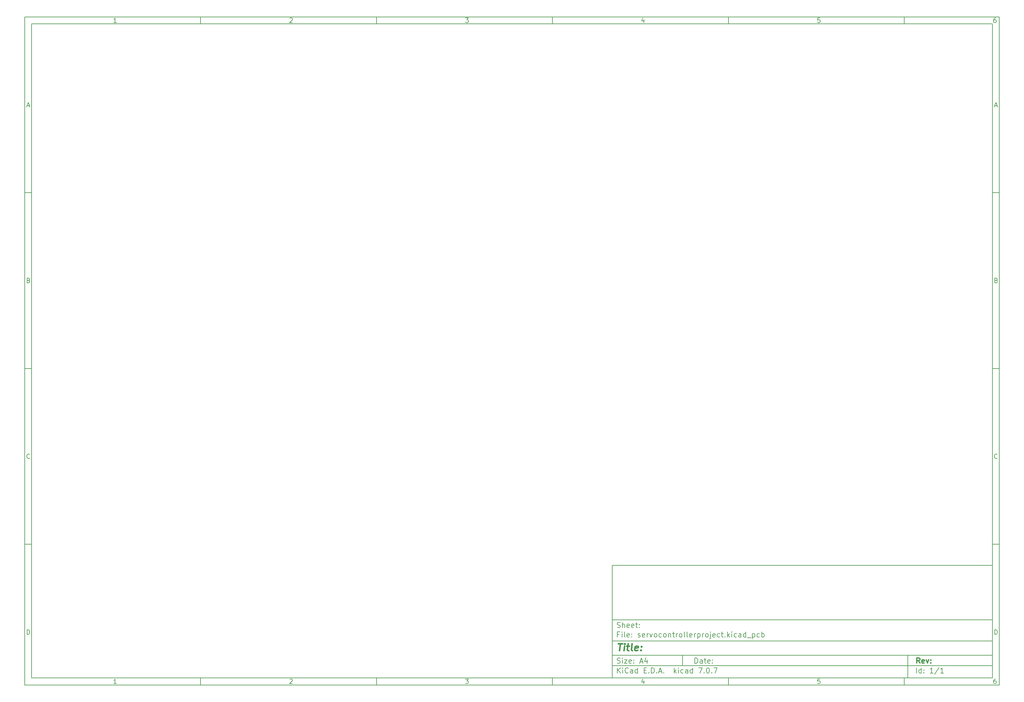
<source format=gbr>
%TF.GenerationSoftware,KiCad,Pcbnew,7.0.7*%
%TF.CreationDate,2023-11-15T20:06:27-08:00*%
%TF.ProjectId,servocontrollerproject,73657276-6f63-46f6-9e74-726f6c6c6572,rev?*%
%TF.SameCoordinates,Original*%
%TF.FileFunction,Paste,Top*%
%TF.FilePolarity,Positive*%
%FSLAX46Y46*%
G04 Gerber Fmt 4.6, Leading zero omitted, Abs format (unit mm)*
G04 Created by KiCad (PCBNEW 7.0.7) date 2023-11-15 20:06:27*
%MOMM*%
%LPD*%
G01*
G04 APERTURE LIST*
%ADD10C,0.100000*%
%ADD11C,0.150000*%
%ADD12C,0.300000*%
%ADD13C,0.400000*%
G04 APERTURE END LIST*
D10*
D11*
X177002200Y-166007200D02*
X285002200Y-166007200D01*
X285002200Y-198007200D01*
X177002200Y-198007200D01*
X177002200Y-166007200D01*
D10*
D11*
X10000000Y-10000000D02*
X287002200Y-10000000D01*
X287002200Y-200007200D01*
X10000000Y-200007200D01*
X10000000Y-10000000D01*
D10*
D11*
X12000000Y-12000000D02*
X285002200Y-12000000D01*
X285002200Y-198007200D01*
X12000000Y-198007200D01*
X12000000Y-12000000D01*
D10*
D11*
X60000000Y-12000000D02*
X60000000Y-10000000D01*
D10*
D11*
X110000000Y-12000000D02*
X110000000Y-10000000D01*
D10*
D11*
X160000000Y-12000000D02*
X160000000Y-10000000D01*
D10*
D11*
X210000000Y-12000000D02*
X210000000Y-10000000D01*
D10*
D11*
X260000000Y-12000000D02*
X260000000Y-10000000D01*
D10*
D11*
X36089160Y-11593604D02*
X35346303Y-11593604D01*
X35717731Y-11593604D02*
X35717731Y-10293604D01*
X35717731Y-10293604D02*
X35593922Y-10479319D01*
X35593922Y-10479319D02*
X35470112Y-10603128D01*
X35470112Y-10603128D02*
X35346303Y-10665033D01*
D10*
D11*
X85346303Y-10417414D02*
X85408207Y-10355509D01*
X85408207Y-10355509D02*
X85532017Y-10293604D01*
X85532017Y-10293604D02*
X85841541Y-10293604D01*
X85841541Y-10293604D02*
X85965350Y-10355509D01*
X85965350Y-10355509D02*
X86027255Y-10417414D01*
X86027255Y-10417414D02*
X86089160Y-10541223D01*
X86089160Y-10541223D02*
X86089160Y-10665033D01*
X86089160Y-10665033D02*
X86027255Y-10850747D01*
X86027255Y-10850747D02*
X85284398Y-11593604D01*
X85284398Y-11593604D02*
X86089160Y-11593604D01*
D10*
D11*
X135284398Y-10293604D02*
X136089160Y-10293604D01*
X136089160Y-10293604D02*
X135655826Y-10788842D01*
X135655826Y-10788842D02*
X135841541Y-10788842D01*
X135841541Y-10788842D02*
X135965350Y-10850747D01*
X135965350Y-10850747D02*
X136027255Y-10912652D01*
X136027255Y-10912652D02*
X136089160Y-11036461D01*
X136089160Y-11036461D02*
X136089160Y-11345985D01*
X136089160Y-11345985D02*
X136027255Y-11469795D01*
X136027255Y-11469795D02*
X135965350Y-11531700D01*
X135965350Y-11531700D02*
X135841541Y-11593604D01*
X135841541Y-11593604D02*
X135470112Y-11593604D01*
X135470112Y-11593604D02*
X135346303Y-11531700D01*
X135346303Y-11531700D02*
X135284398Y-11469795D01*
D10*
D11*
X185965350Y-10726938D02*
X185965350Y-11593604D01*
X185655826Y-10231700D02*
X185346303Y-11160271D01*
X185346303Y-11160271D02*
X186151064Y-11160271D01*
D10*
D11*
X236027255Y-10293604D02*
X235408207Y-10293604D01*
X235408207Y-10293604D02*
X235346303Y-10912652D01*
X235346303Y-10912652D02*
X235408207Y-10850747D01*
X235408207Y-10850747D02*
X235532017Y-10788842D01*
X235532017Y-10788842D02*
X235841541Y-10788842D01*
X235841541Y-10788842D02*
X235965350Y-10850747D01*
X235965350Y-10850747D02*
X236027255Y-10912652D01*
X236027255Y-10912652D02*
X236089160Y-11036461D01*
X236089160Y-11036461D02*
X236089160Y-11345985D01*
X236089160Y-11345985D02*
X236027255Y-11469795D01*
X236027255Y-11469795D02*
X235965350Y-11531700D01*
X235965350Y-11531700D02*
X235841541Y-11593604D01*
X235841541Y-11593604D02*
X235532017Y-11593604D01*
X235532017Y-11593604D02*
X235408207Y-11531700D01*
X235408207Y-11531700D02*
X235346303Y-11469795D01*
D10*
D11*
X285965350Y-10293604D02*
X285717731Y-10293604D01*
X285717731Y-10293604D02*
X285593922Y-10355509D01*
X285593922Y-10355509D02*
X285532017Y-10417414D01*
X285532017Y-10417414D02*
X285408207Y-10603128D01*
X285408207Y-10603128D02*
X285346303Y-10850747D01*
X285346303Y-10850747D02*
X285346303Y-11345985D01*
X285346303Y-11345985D02*
X285408207Y-11469795D01*
X285408207Y-11469795D02*
X285470112Y-11531700D01*
X285470112Y-11531700D02*
X285593922Y-11593604D01*
X285593922Y-11593604D02*
X285841541Y-11593604D01*
X285841541Y-11593604D02*
X285965350Y-11531700D01*
X285965350Y-11531700D02*
X286027255Y-11469795D01*
X286027255Y-11469795D02*
X286089160Y-11345985D01*
X286089160Y-11345985D02*
X286089160Y-11036461D01*
X286089160Y-11036461D02*
X286027255Y-10912652D01*
X286027255Y-10912652D02*
X285965350Y-10850747D01*
X285965350Y-10850747D02*
X285841541Y-10788842D01*
X285841541Y-10788842D02*
X285593922Y-10788842D01*
X285593922Y-10788842D02*
X285470112Y-10850747D01*
X285470112Y-10850747D02*
X285408207Y-10912652D01*
X285408207Y-10912652D02*
X285346303Y-11036461D01*
D10*
D11*
X60000000Y-198007200D02*
X60000000Y-200007200D01*
D10*
D11*
X110000000Y-198007200D02*
X110000000Y-200007200D01*
D10*
D11*
X160000000Y-198007200D02*
X160000000Y-200007200D01*
D10*
D11*
X210000000Y-198007200D02*
X210000000Y-200007200D01*
D10*
D11*
X260000000Y-198007200D02*
X260000000Y-200007200D01*
D10*
D11*
X36089160Y-199600804D02*
X35346303Y-199600804D01*
X35717731Y-199600804D02*
X35717731Y-198300804D01*
X35717731Y-198300804D02*
X35593922Y-198486519D01*
X35593922Y-198486519D02*
X35470112Y-198610328D01*
X35470112Y-198610328D02*
X35346303Y-198672233D01*
D10*
D11*
X85346303Y-198424614D02*
X85408207Y-198362709D01*
X85408207Y-198362709D02*
X85532017Y-198300804D01*
X85532017Y-198300804D02*
X85841541Y-198300804D01*
X85841541Y-198300804D02*
X85965350Y-198362709D01*
X85965350Y-198362709D02*
X86027255Y-198424614D01*
X86027255Y-198424614D02*
X86089160Y-198548423D01*
X86089160Y-198548423D02*
X86089160Y-198672233D01*
X86089160Y-198672233D02*
X86027255Y-198857947D01*
X86027255Y-198857947D02*
X85284398Y-199600804D01*
X85284398Y-199600804D02*
X86089160Y-199600804D01*
D10*
D11*
X135284398Y-198300804D02*
X136089160Y-198300804D01*
X136089160Y-198300804D02*
X135655826Y-198796042D01*
X135655826Y-198796042D02*
X135841541Y-198796042D01*
X135841541Y-198796042D02*
X135965350Y-198857947D01*
X135965350Y-198857947D02*
X136027255Y-198919852D01*
X136027255Y-198919852D02*
X136089160Y-199043661D01*
X136089160Y-199043661D02*
X136089160Y-199353185D01*
X136089160Y-199353185D02*
X136027255Y-199476995D01*
X136027255Y-199476995D02*
X135965350Y-199538900D01*
X135965350Y-199538900D02*
X135841541Y-199600804D01*
X135841541Y-199600804D02*
X135470112Y-199600804D01*
X135470112Y-199600804D02*
X135346303Y-199538900D01*
X135346303Y-199538900D02*
X135284398Y-199476995D01*
D10*
D11*
X185965350Y-198734138D02*
X185965350Y-199600804D01*
X185655826Y-198238900D02*
X185346303Y-199167471D01*
X185346303Y-199167471D02*
X186151064Y-199167471D01*
D10*
D11*
X236027255Y-198300804D02*
X235408207Y-198300804D01*
X235408207Y-198300804D02*
X235346303Y-198919852D01*
X235346303Y-198919852D02*
X235408207Y-198857947D01*
X235408207Y-198857947D02*
X235532017Y-198796042D01*
X235532017Y-198796042D02*
X235841541Y-198796042D01*
X235841541Y-198796042D02*
X235965350Y-198857947D01*
X235965350Y-198857947D02*
X236027255Y-198919852D01*
X236027255Y-198919852D02*
X236089160Y-199043661D01*
X236089160Y-199043661D02*
X236089160Y-199353185D01*
X236089160Y-199353185D02*
X236027255Y-199476995D01*
X236027255Y-199476995D02*
X235965350Y-199538900D01*
X235965350Y-199538900D02*
X235841541Y-199600804D01*
X235841541Y-199600804D02*
X235532017Y-199600804D01*
X235532017Y-199600804D02*
X235408207Y-199538900D01*
X235408207Y-199538900D02*
X235346303Y-199476995D01*
D10*
D11*
X285965350Y-198300804D02*
X285717731Y-198300804D01*
X285717731Y-198300804D02*
X285593922Y-198362709D01*
X285593922Y-198362709D02*
X285532017Y-198424614D01*
X285532017Y-198424614D02*
X285408207Y-198610328D01*
X285408207Y-198610328D02*
X285346303Y-198857947D01*
X285346303Y-198857947D02*
X285346303Y-199353185D01*
X285346303Y-199353185D02*
X285408207Y-199476995D01*
X285408207Y-199476995D02*
X285470112Y-199538900D01*
X285470112Y-199538900D02*
X285593922Y-199600804D01*
X285593922Y-199600804D02*
X285841541Y-199600804D01*
X285841541Y-199600804D02*
X285965350Y-199538900D01*
X285965350Y-199538900D02*
X286027255Y-199476995D01*
X286027255Y-199476995D02*
X286089160Y-199353185D01*
X286089160Y-199353185D02*
X286089160Y-199043661D01*
X286089160Y-199043661D02*
X286027255Y-198919852D01*
X286027255Y-198919852D02*
X285965350Y-198857947D01*
X285965350Y-198857947D02*
X285841541Y-198796042D01*
X285841541Y-198796042D02*
X285593922Y-198796042D01*
X285593922Y-198796042D02*
X285470112Y-198857947D01*
X285470112Y-198857947D02*
X285408207Y-198919852D01*
X285408207Y-198919852D02*
X285346303Y-199043661D01*
D10*
D11*
X10000000Y-60000000D02*
X12000000Y-60000000D01*
D10*
D11*
X10000000Y-110000000D02*
X12000000Y-110000000D01*
D10*
D11*
X10000000Y-160000000D02*
X12000000Y-160000000D01*
D10*
D11*
X10690476Y-35222176D02*
X11309523Y-35222176D01*
X10566666Y-35593604D02*
X10999999Y-34293604D01*
X10999999Y-34293604D02*
X11433333Y-35593604D01*
D10*
D11*
X11092857Y-84912652D02*
X11278571Y-84974557D01*
X11278571Y-84974557D02*
X11340476Y-85036461D01*
X11340476Y-85036461D02*
X11402380Y-85160271D01*
X11402380Y-85160271D02*
X11402380Y-85345985D01*
X11402380Y-85345985D02*
X11340476Y-85469795D01*
X11340476Y-85469795D02*
X11278571Y-85531700D01*
X11278571Y-85531700D02*
X11154761Y-85593604D01*
X11154761Y-85593604D02*
X10659523Y-85593604D01*
X10659523Y-85593604D02*
X10659523Y-84293604D01*
X10659523Y-84293604D02*
X11092857Y-84293604D01*
X11092857Y-84293604D02*
X11216666Y-84355509D01*
X11216666Y-84355509D02*
X11278571Y-84417414D01*
X11278571Y-84417414D02*
X11340476Y-84541223D01*
X11340476Y-84541223D02*
X11340476Y-84665033D01*
X11340476Y-84665033D02*
X11278571Y-84788842D01*
X11278571Y-84788842D02*
X11216666Y-84850747D01*
X11216666Y-84850747D02*
X11092857Y-84912652D01*
X11092857Y-84912652D02*
X10659523Y-84912652D01*
D10*
D11*
X11402380Y-135469795D02*
X11340476Y-135531700D01*
X11340476Y-135531700D02*
X11154761Y-135593604D01*
X11154761Y-135593604D02*
X11030952Y-135593604D01*
X11030952Y-135593604D02*
X10845238Y-135531700D01*
X10845238Y-135531700D02*
X10721428Y-135407890D01*
X10721428Y-135407890D02*
X10659523Y-135284080D01*
X10659523Y-135284080D02*
X10597619Y-135036461D01*
X10597619Y-135036461D02*
X10597619Y-134850747D01*
X10597619Y-134850747D02*
X10659523Y-134603128D01*
X10659523Y-134603128D02*
X10721428Y-134479319D01*
X10721428Y-134479319D02*
X10845238Y-134355509D01*
X10845238Y-134355509D02*
X11030952Y-134293604D01*
X11030952Y-134293604D02*
X11154761Y-134293604D01*
X11154761Y-134293604D02*
X11340476Y-134355509D01*
X11340476Y-134355509D02*
X11402380Y-134417414D01*
D10*
D11*
X10659523Y-185593604D02*
X10659523Y-184293604D01*
X10659523Y-184293604D02*
X10969047Y-184293604D01*
X10969047Y-184293604D02*
X11154761Y-184355509D01*
X11154761Y-184355509D02*
X11278571Y-184479319D01*
X11278571Y-184479319D02*
X11340476Y-184603128D01*
X11340476Y-184603128D02*
X11402380Y-184850747D01*
X11402380Y-184850747D02*
X11402380Y-185036461D01*
X11402380Y-185036461D02*
X11340476Y-185284080D01*
X11340476Y-185284080D02*
X11278571Y-185407890D01*
X11278571Y-185407890D02*
X11154761Y-185531700D01*
X11154761Y-185531700D02*
X10969047Y-185593604D01*
X10969047Y-185593604D02*
X10659523Y-185593604D01*
D10*
D11*
X287002200Y-60000000D02*
X285002200Y-60000000D01*
D10*
D11*
X287002200Y-110000000D02*
X285002200Y-110000000D01*
D10*
D11*
X287002200Y-160000000D02*
X285002200Y-160000000D01*
D10*
D11*
X285692676Y-35222176D02*
X286311723Y-35222176D01*
X285568866Y-35593604D02*
X286002199Y-34293604D01*
X286002199Y-34293604D02*
X286435533Y-35593604D01*
D10*
D11*
X286095057Y-84912652D02*
X286280771Y-84974557D01*
X286280771Y-84974557D02*
X286342676Y-85036461D01*
X286342676Y-85036461D02*
X286404580Y-85160271D01*
X286404580Y-85160271D02*
X286404580Y-85345985D01*
X286404580Y-85345985D02*
X286342676Y-85469795D01*
X286342676Y-85469795D02*
X286280771Y-85531700D01*
X286280771Y-85531700D02*
X286156961Y-85593604D01*
X286156961Y-85593604D02*
X285661723Y-85593604D01*
X285661723Y-85593604D02*
X285661723Y-84293604D01*
X285661723Y-84293604D02*
X286095057Y-84293604D01*
X286095057Y-84293604D02*
X286218866Y-84355509D01*
X286218866Y-84355509D02*
X286280771Y-84417414D01*
X286280771Y-84417414D02*
X286342676Y-84541223D01*
X286342676Y-84541223D02*
X286342676Y-84665033D01*
X286342676Y-84665033D02*
X286280771Y-84788842D01*
X286280771Y-84788842D02*
X286218866Y-84850747D01*
X286218866Y-84850747D02*
X286095057Y-84912652D01*
X286095057Y-84912652D02*
X285661723Y-84912652D01*
D10*
D11*
X286404580Y-135469795D02*
X286342676Y-135531700D01*
X286342676Y-135531700D02*
X286156961Y-135593604D01*
X286156961Y-135593604D02*
X286033152Y-135593604D01*
X286033152Y-135593604D02*
X285847438Y-135531700D01*
X285847438Y-135531700D02*
X285723628Y-135407890D01*
X285723628Y-135407890D02*
X285661723Y-135284080D01*
X285661723Y-135284080D02*
X285599819Y-135036461D01*
X285599819Y-135036461D02*
X285599819Y-134850747D01*
X285599819Y-134850747D02*
X285661723Y-134603128D01*
X285661723Y-134603128D02*
X285723628Y-134479319D01*
X285723628Y-134479319D02*
X285847438Y-134355509D01*
X285847438Y-134355509D02*
X286033152Y-134293604D01*
X286033152Y-134293604D02*
X286156961Y-134293604D01*
X286156961Y-134293604D02*
X286342676Y-134355509D01*
X286342676Y-134355509D02*
X286404580Y-134417414D01*
D10*
D11*
X285661723Y-185593604D02*
X285661723Y-184293604D01*
X285661723Y-184293604D02*
X285971247Y-184293604D01*
X285971247Y-184293604D02*
X286156961Y-184355509D01*
X286156961Y-184355509D02*
X286280771Y-184479319D01*
X286280771Y-184479319D02*
X286342676Y-184603128D01*
X286342676Y-184603128D02*
X286404580Y-184850747D01*
X286404580Y-184850747D02*
X286404580Y-185036461D01*
X286404580Y-185036461D02*
X286342676Y-185284080D01*
X286342676Y-185284080D02*
X286280771Y-185407890D01*
X286280771Y-185407890D02*
X286156961Y-185531700D01*
X286156961Y-185531700D02*
X285971247Y-185593604D01*
X285971247Y-185593604D02*
X285661723Y-185593604D01*
D10*
D11*
X200458026Y-193793328D02*
X200458026Y-192293328D01*
X200458026Y-192293328D02*
X200815169Y-192293328D01*
X200815169Y-192293328D02*
X201029455Y-192364757D01*
X201029455Y-192364757D02*
X201172312Y-192507614D01*
X201172312Y-192507614D02*
X201243741Y-192650471D01*
X201243741Y-192650471D02*
X201315169Y-192936185D01*
X201315169Y-192936185D02*
X201315169Y-193150471D01*
X201315169Y-193150471D02*
X201243741Y-193436185D01*
X201243741Y-193436185D02*
X201172312Y-193579042D01*
X201172312Y-193579042D02*
X201029455Y-193721900D01*
X201029455Y-193721900D02*
X200815169Y-193793328D01*
X200815169Y-193793328D02*
X200458026Y-193793328D01*
X202600884Y-193793328D02*
X202600884Y-193007614D01*
X202600884Y-193007614D02*
X202529455Y-192864757D01*
X202529455Y-192864757D02*
X202386598Y-192793328D01*
X202386598Y-192793328D02*
X202100884Y-192793328D01*
X202100884Y-192793328D02*
X201958026Y-192864757D01*
X202600884Y-193721900D02*
X202458026Y-193793328D01*
X202458026Y-193793328D02*
X202100884Y-193793328D01*
X202100884Y-193793328D02*
X201958026Y-193721900D01*
X201958026Y-193721900D02*
X201886598Y-193579042D01*
X201886598Y-193579042D02*
X201886598Y-193436185D01*
X201886598Y-193436185D02*
X201958026Y-193293328D01*
X201958026Y-193293328D02*
X202100884Y-193221900D01*
X202100884Y-193221900D02*
X202458026Y-193221900D01*
X202458026Y-193221900D02*
X202600884Y-193150471D01*
X203100884Y-192793328D02*
X203672312Y-192793328D01*
X203315169Y-192293328D02*
X203315169Y-193579042D01*
X203315169Y-193579042D02*
X203386598Y-193721900D01*
X203386598Y-193721900D02*
X203529455Y-193793328D01*
X203529455Y-193793328D02*
X203672312Y-193793328D01*
X204743741Y-193721900D02*
X204600884Y-193793328D01*
X204600884Y-193793328D02*
X204315170Y-193793328D01*
X204315170Y-193793328D02*
X204172312Y-193721900D01*
X204172312Y-193721900D02*
X204100884Y-193579042D01*
X204100884Y-193579042D02*
X204100884Y-193007614D01*
X204100884Y-193007614D02*
X204172312Y-192864757D01*
X204172312Y-192864757D02*
X204315170Y-192793328D01*
X204315170Y-192793328D02*
X204600884Y-192793328D01*
X204600884Y-192793328D02*
X204743741Y-192864757D01*
X204743741Y-192864757D02*
X204815170Y-193007614D01*
X204815170Y-193007614D02*
X204815170Y-193150471D01*
X204815170Y-193150471D02*
X204100884Y-193293328D01*
X205458026Y-193650471D02*
X205529455Y-193721900D01*
X205529455Y-193721900D02*
X205458026Y-193793328D01*
X205458026Y-193793328D02*
X205386598Y-193721900D01*
X205386598Y-193721900D02*
X205458026Y-193650471D01*
X205458026Y-193650471D02*
X205458026Y-193793328D01*
X205458026Y-192864757D02*
X205529455Y-192936185D01*
X205529455Y-192936185D02*
X205458026Y-193007614D01*
X205458026Y-193007614D02*
X205386598Y-192936185D01*
X205386598Y-192936185D02*
X205458026Y-192864757D01*
X205458026Y-192864757D02*
X205458026Y-193007614D01*
D10*
D11*
X177002200Y-194507200D02*
X285002200Y-194507200D01*
D10*
D11*
X178458026Y-196593328D02*
X178458026Y-195093328D01*
X179315169Y-196593328D02*
X178672312Y-195736185D01*
X179315169Y-195093328D02*
X178458026Y-195950471D01*
X179958026Y-196593328D02*
X179958026Y-195593328D01*
X179958026Y-195093328D02*
X179886598Y-195164757D01*
X179886598Y-195164757D02*
X179958026Y-195236185D01*
X179958026Y-195236185D02*
X180029455Y-195164757D01*
X180029455Y-195164757D02*
X179958026Y-195093328D01*
X179958026Y-195093328D02*
X179958026Y-195236185D01*
X181529455Y-196450471D02*
X181458027Y-196521900D01*
X181458027Y-196521900D02*
X181243741Y-196593328D01*
X181243741Y-196593328D02*
X181100884Y-196593328D01*
X181100884Y-196593328D02*
X180886598Y-196521900D01*
X180886598Y-196521900D02*
X180743741Y-196379042D01*
X180743741Y-196379042D02*
X180672312Y-196236185D01*
X180672312Y-196236185D02*
X180600884Y-195950471D01*
X180600884Y-195950471D02*
X180600884Y-195736185D01*
X180600884Y-195736185D02*
X180672312Y-195450471D01*
X180672312Y-195450471D02*
X180743741Y-195307614D01*
X180743741Y-195307614D02*
X180886598Y-195164757D01*
X180886598Y-195164757D02*
X181100884Y-195093328D01*
X181100884Y-195093328D02*
X181243741Y-195093328D01*
X181243741Y-195093328D02*
X181458027Y-195164757D01*
X181458027Y-195164757D02*
X181529455Y-195236185D01*
X182815170Y-196593328D02*
X182815170Y-195807614D01*
X182815170Y-195807614D02*
X182743741Y-195664757D01*
X182743741Y-195664757D02*
X182600884Y-195593328D01*
X182600884Y-195593328D02*
X182315170Y-195593328D01*
X182315170Y-195593328D02*
X182172312Y-195664757D01*
X182815170Y-196521900D02*
X182672312Y-196593328D01*
X182672312Y-196593328D02*
X182315170Y-196593328D01*
X182315170Y-196593328D02*
X182172312Y-196521900D01*
X182172312Y-196521900D02*
X182100884Y-196379042D01*
X182100884Y-196379042D02*
X182100884Y-196236185D01*
X182100884Y-196236185D02*
X182172312Y-196093328D01*
X182172312Y-196093328D02*
X182315170Y-196021900D01*
X182315170Y-196021900D02*
X182672312Y-196021900D01*
X182672312Y-196021900D02*
X182815170Y-195950471D01*
X184172313Y-196593328D02*
X184172313Y-195093328D01*
X184172313Y-196521900D02*
X184029455Y-196593328D01*
X184029455Y-196593328D02*
X183743741Y-196593328D01*
X183743741Y-196593328D02*
X183600884Y-196521900D01*
X183600884Y-196521900D02*
X183529455Y-196450471D01*
X183529455Y-196450471D02*
X183458027Y-196307614D01*
X183458027Y-196307614D02*
X183458027Y-195879042D01*
X183458027Y-195879042D02*
X183529455Y-195736185D01*
X183529455Y-195736185D02*
X183600884Y-195664757D01*
X183600884Y-195664757D02*
X183743741Y-195593328D01*
X183743741Y-195593328D02*
X184029455Y-195593328D01*
X184029455Y-195593328D02*
X184172313Y-195664757D01*
X186029455Y-195807614D02*
X186529455Y-195807614D01*
X186743741Y-196593328D02*
X186029455Y-196593328D01*
X186029455Y-196593328D02*
X186029455Y-195093328D01*
X186029455Y-195093328D02*
X186743741Y-195093328D01*
X187386598Y-196450471D02*
X187458027Y-196521900D01*
X187458027Y-196521900D02*
X187386598Y-196593328D01*
X187386598Y-196593328D02*
X187315170Y-196521900D01*
X187315170Y-196521900D02*
X187386598Y-196450471D01*
X187386598Y-196450471D02*
X187386598Y-196593328D01*
X188100884Y-196593328D02*
X188100884Y-195093328D01*
X188100884Y-195093328D02*
X188458027Y-195093328D01*
X188458027Y-195093328D02*
X188672313Y-195164757D01*
X188672313Y-195164757D02*
X188815170Y-195307614D01*
X188815170Y-195307614D02*
X188886599Y-195450471D01*
X188886599Y-195450471D02*
X188958027Y-195736185D01*
X188958027Y-195736185D02*
X188958027Y-195950471D01*
X188958027Y-195950471D02*
X188886599Y-196236185D01*
X188886599Y-196236185D02*
X188815170Y-196379042D01*
X188815170Y-196379042D02*
X188672313Y-196521900D01*
X188672313Y-196521900D02*
X188458027Y-196593328D01*
X188458027Y-196593328D02*
X188100884Y-196593328D01*
X189600884Y-196450471D02*
X189672313Y-196521900D01*
X189672313Y-196521900D02*
X189600884Y-196593328D01*
X189600884Y-196593328D02*
X189529456Y-196521900D01*
X189529456Y-196521900D02*
X189600884Y-196450471D01*
X189600884Y-196450471D02*
X189600884Y-196593328D01*
X190243742Y-196164757D02*
X190958028Y-196164757D01*
X190100885Y-196593328D02*
X190600885Y-195093328D01*
X190600885Y-195093328D02*
X191100885Y-196593328D01*
X191600884Y-196450471D02*
X191672313Y-196521900D01*
X191672313Y-196521900D02*
X191600884Y-196593328D01*
X191600884Y-196593328D02*
X191529456Y-196521900D01*
X191529456Y-196521900D02*
X191600884Y-196450471D01*
X191600884Y-196450471D02*
X191600884Y-196593328D01*
X194600884Y-196593328D02*
X194600884Y-195093328D01*
X194743742Y-196021900D02*
X195172313Y-196593328D01*
X195172313Y-195593328D02*
X194600884Y-196164757D01*
X195815170Y-196593328D02*
X195815170Y-195593328D01*
X195815170Y-195093328D02*
X195743742Y-195164757D01*
X195743742Y-195164757D02*
X195815170Y-195236185D01*
X195815170Y-195236185D02*
X195886599Y-195164757D01*
X195886599Y-195164757D02*
X195815170Y-195093328D01*
X195815170Y-195093328D02*
X195815170Y-195236185D01*
X197172314Y-196521900D02*
X197029456Y-196593328D01*
X197029456Y-196593328D02*
X196743742Y-196593328D01*
X196743742Y-196593328D02*
X196600885Y-196521900D01*
X196600885Y-196521900D02*
X196529456Y-196450471D01*
X196529456Y-196450471D02*
X196458028Y-196307614D01*
X196458028Y-196307614D02*
X196458028Y-195879042D01*
X196458028Y-195879042D02*
X196529456Y-195736185D01*
X196529456Y-195736185D02*
X196600885Y-195664757D01*
X196600885Y-195664757D02*
X196743742Y-195593328D01*
X196743742Y-195593328D02*
X197029456Y-195593328D01*
X197029456Y-195593328D02*
X197172314Y-195664757D01*
X198458028Y-196593328D02*
X198458028Y-195807614D01*
X198458028Y-195807614D02*
X198386599Y-195664757D01*
X198386599Y-195664757D02*
X198243742Y-195593328D01*
X198243742Y-195593328D02*
X197958028Y-195593328D01*
X197958028Y-195593328D02*
X197815170Y-195664757D01*
X198458028Y-196521900D02*
X198315170Y-196593328D01*
X198315170Y-196593328D02*
X197958028Y-196593328D01*
X197958028Y-196593328D02*
X197815170Y-196521900D01*
X197815170Y-196521900D02*
X197743742Y-196379042D01*
X197743742Y-196379042D02*
X197743742Y-196236185D01*
X197743742Y-196236185D02*
X197815170Y-196093328D01*
X197815170Y-196093328D02*
X197958028Y-196021900D01*
X197958028Y-196021900D02*
X198315170Y-196021900D01*
X198315170Y-196021900D02*
X198458028Y-195950471D01*
X199815171Y-196593328D02*
X199815171Y-195093328D01*
X199815171Y-196521900D02*
X199672313Y-196593328D01*
X199672313Y-196593328D02*
X199386599Y-196593328D01*
X199386599Y-196593328D02*
X199243742Y-196521900D01*
X199243742Y-196521900D02*
X199172313Y-196450471D01*
X199172313Y-196450471D02*
X199100885Y-196307614D01*
X199100885Y-196307614D02*
X199100885Y-195879042D01*
X199100885Y-195879042D02*
X199172313Y-195736185D01*
X199172313Y-195736185D02*
X199243742Y-195664757D01*
X199243742Y-195664757D02*
X199386599Y-195593328D01*
X199386599Y-195593328D02*
X199672313Y-195593328D01*
X199672313Y-195593328D02*
X199815171Y-195664757D01*
X201529456Y-195093328D02*
X202529456Y-195093328D01*
X202529456Y-195093328D02*
X201886599Y-196593328D01*
X203100884Y-196450471D02*
X203172313Y-196521900D01*
X203172313Y-196521900D02*
X203100884Y-196593328D01*
X203100884Y-196593328D02*
X203029456Y-196521900D01*
X203029456Y-196521900D02*
X203100884Y-196450471D01*
X203100884Y-196450471D02*
X203100884Y-196593328D01*
X204100885Y-195093328D02*
X204243742Y-195093328D01*
X204243742Y-195093328D02*
X204386599Y-195164757D01*
X204386599Y-195164757D02*
X204458028Y-195236185D01*
X204458028Y-195236185D02*
X204529456Y-195379042D01*
X204529456Y-195379042D02*
X204600885Y-195664757D01*
X204600885Y-195664757D02*
X204600885Y-196021900D01*
X204600885Y-196021900D02*
X204529456Y-196307614D01*
X204529456Y-196307614D02*
X204458028Y-196450471D01*
X204458028Y-196450471D02*
X204386599Y-196521900D01*
X204386599Y-196521900D02*
X204243742Y-196593328D01*
X204243742Y-196593328D02*
X204100885Y-196593328D01*
X204100885Y-196593328D02*
X203958028Y-196521900D01*
X203958028Y-196521900D02*
X203886599Y-196450471D01*
X203886599Y-196450471D02*
X203815170Y-196307614D01*
X203815170Y-196307614D02*
X203743742Y-196021900D01*
X203743742Y-196021900D02*
X203743742Y-195664757D01*
X203743742Y-195664757D02*
X203815170Y-195379042D01*
X203815170Y-195379042D02*
X203886599Y-195236185D01*
X203886599Y-195236185D02*
X203958028Y-195164757D01*
X203958028Y-195164757D02*
X204100885Y-195093328D01*
X205243741Y-196450471D02*
X205315170Y-196521900D01*
X205315170Y-196521900D02*
X205243741Y-196593328D01*
X205243741Y-196593328D02*
X205172313Y-196521900D01*
X205172313Y-196521900D02*
X205243741Y-196450471D01*
X205243741Y-196450471D02*
X205243741Y-196593328D01*
X205815170Y-195093328D02*
X206815170Y-195093328D01*
X206815170Y-195093328D02*
X206172313Y-196593328D01*
D10*
D11*
X177002200Y-191507200D02*
X285002200Y-191507200D01*
D10*
D12*
X264413853Y-193785528D02*
X263913853Y-193071242D01*
X263556710Y-193785528D02*
X263556710Y-192285528D01*
X263556710Y-192285528D02*
X264128139Y-192285528D01*
X264128139Y-192285528D02*
X264270996Y-192356957D01*
X264270996Y-192356957D02*
X264342425Y-192428385D01*
X264342425Y-192428385D02*
X264413853Y-192571242D01*
X264413853Y-192571242D02*
X264413853Y-192785528D01*
X264413853Y-192785528D02*
X264342425Y-192928385D01*
X264342425Y-192928385D02*
X264270996Y-192999814D01*
X264270996Y-192999814D02*
X264128139Y-193071242D01*
X264128139Y-193071242D02*
X263556710Y-193071242D01*
X265628139Y-193714100D02*
X265485282Y-193785528D01*
X265485282Y-193785528D02*
X265199568Y-193785528D01*
X265199568Y-193785528D02*
X265056710Y-193714100D01*
X265056710Y-193714100D02*
X264985282Y-193571242D01*
X264985282Y-193571242D02*
X264985282Y-192999814D01*
X264985282Y-192999814D02*
X265056710Y-192856957D01*
X265056710Y-192856957D02*
X265199568Y-192785528D01*
X265199568Y-192785528D02*
X265485282Y-192785528D01*
X265485282Y-192785528D02*
X265628139Y-192856957D01*
X265628139Y-192856957D02*
X265699568Y-192999814D01*
X265699568Y-192999814D02*
X265699568Y-193142671D01*
X265699568Y-193142671D02*
X264985282Y-193285528D01*
X266199567Y-192785528D02*
X266556710Y-193785528D01*
X266556710Y-193785528D02*
X266913853Y-192785528D01*
X267485281Y-193642671D02*
X267556710Y-193714100D01*
X267556710Y-193714100D02*
X267485281Y-193785528D01*
X267485281Y-193785528D02*
X267413853Y-193714100D01*
X267413853Y-193714100D02*
X267485281Y-193642671D01*
X267485281Y-193642671D02*
X267485281Y-193785528D01*
X267485281Y-192856957D02*
X267556710Y-192928385D01*
X267556710Y-192928385D02*
X267485281Y-192999814D01*
X267485281Y-192999814D02*
X267413853Y-192928385D01*
X267413853Y-192928385D02*
X267485281Y-192856957D01*
X267485281Y-192856957D02*
X267485281Y-192999814D01*
D10*
D11*
X178386598Y-193721900D02*
X178600884Y-193793328D01*
X178600884Y-193793328D02*
X178958026Y-193793328D01*
X178958026Y-193793328D02*
X179100884Y-193721900D01*
X179100884Y-193721900D02*
X179172312Y-193650471D01*
X179172312Y-193650471D02*
X179243741Y-193507614D01*
X179243741Y-193507614D02*
X179243741Y-193364757D01*
X179243741Y-193364757D02*
X179172312Y-193221900D01*
X179172312Y-193221900D02*
X179100884Y-193150471D01*
X179100884Y-193150471D02*
X178958026Y-193079042D01*
X178958026Y-193079042D02*
X178672312Y-193007614D01*
X178672312Y-193007614D02*
X178529455Y-192936185D01*
X178529455Y-192936185D02*
X178458026Y-192864757D01*
X178458026Y-192864757D02*
X178386598Y-192721900D01*
X178386598Y-192721900D02*
X178386598Y-192579042D01*
X178386598Y-192579042D02*
X178458026Y-192436185D01*
X178458026Y-192436185D02*
X178529455Y-192364757D01*
X178529455Y-192364757D02*
X178672312Y-192293328D01*
X178672312Y-192293328D02*
X179029455Y-192293328D01*
X179029455Y-192293328D02*
X179243741Y-192364757D01*
X179886597Y-193793328D02*
X179886597Y-192793328D01*
X179886597Y-192293328D02*
X179815169Y-192364757D01*
X179815169Y-192364757D02*
X179886597Y-192436185D01*
X179886597Y-192436185D02*
X179958026Y-192364757D01*
X179958026Y-192364757D02*
X179886597Y-192293328D01*
X179886597Y-192293328D02*
X179886597Y-192436185D01*
X180458026Y-192793328D02*
X181243741Y-192793328D01*
X181243741Y-192793328D02*
X180458026Y-193793328D01*
X180458026Y-193793328D02*
X181243741Y-193793328D01*
X182386598Y-193721900D02*
X182243741Y-193793328D01*
X182243741Y-193793328D02*
X181958027Y-193793328D01*
X181958027Y-193793328D02*
X181815169Y-193721900D01*
X181815169Y-193721900D02*
X181743741Y-193579042D01*
X181743741Y-193579042D02*
X181743741Y-193007614D01*
X181743741Y-193007614D02*
X181815169Y-192864757D01*
X181815169Y-192864757D02*
X181958027Y-192793328D01*
X181958027Y-192793328D02*
X182243741Y-192793328D01*
X182243741Y-192793328D02*
X182386598Y-192864757D01*
X182386598Y-192864757D02*
X182458027Y-193007614D01*
X182458027Y-193007614D02*
X182458027Y-193150471D01*
X182458027Y-193150471D02*
X181743741Y-193293328D01*
X183100883Y-193650471D02*
X183172312Y-193721900D01*
X183172312Y-193721900D02*
X183100883Y-193793328D01*
X183100883Y-193793328D02*
X183029455Y-193721900D01*
X183029455Y-193721900D02*
X183100883Y-193650471D01*
X183100883Y-193650471D02*
X183100883Y-193793328D01*
X183100883Y-192864757D02*
X183172312Y-192936185D01*
X183172312Y-192936185D02*
X183100883Y-193007614D01*
X183100883Y-193007614D02*
X183029455Y-192936185D01*
X183029455Y-192936185D02*
X183100883Y-192864757D01*
X183100883Y-192864757D02*
X183100883Y-193007614D01*
X184886598Y-193364757D02*
X185600884Y-193364757D01*
X184743741Y-193793328D02*
X185243741Y-192293328D01*
X185243741Y-192293328D02*
X185743741Y-193793328D01*
X186886598Y-192793328D02*
X186886598Y-193793328D01*
X186529455Y-192221900D02*
X186172312Y-193293328D01*
X186172312Y-193293328D02*
X187100883Y-193293328D01*
D10*
D11*
X263458026Y-196593328D02*
X263458026Y-195093328D01*
X264815170Y-196593328D02*
X264815170Y-195093328D01*
X264815170Y-196521900D02*
X264672312Y-196593328D01*
X264672312Y-196593328D02*
X264386598Y-196593328D01*
X264386598Y-196593328D02*
X264243741Y-196521900D01*
X264243741Y-196521900D02*
X264172312Y-196450471D01*
X264172312Y-196450471D02*
X264100884Y-196307614D01*
X264100884Y-196307614D02*
X264100884Y-195879042D01*
X264100884Y-195879042D02*
X264172312Y-195736185D01*
X264172312Y-195736185D02*
X264243741Y-195664757D01*
X264243741Y-195664757D02*
X264386598Y-195593328D01*
X264386598Y-195593328D02*
X264672312Y-195593328D01*
X264672312Y-195593328D02*
X264815170Y-195664757D01*
X265529455Y-196450471D02*
X265600884Y-196521900D01*
X265600884Y-196521900D02*
X265529455Y-196593328D01*
X265529455Y-196593328D02*
X265458027Y-196521900D01*
X265458027Y-196521900D02*
X265529455Y-196450471D01*
X265529455Y-196450471D02*
X265529455Y-196593328D01*
X265529455Y-195664757D02*
X265600884Y-195736185D01*
X265600884Y-195736185D02*
X265529455Y-195807614D01*
X265529455Y-195807614D02*
X265458027Y-195736185D01*
X265458027Y-195736185D02*
X265529455Y-195664757D01*
X265529455Y-195664757D02*
X265529455Y-195807614D01*
X268172313Y-196593328D02*
X267315170Y-196593328D01*
X267743741Y-196593328D02*
X267743741Y-195093328D01*
X267743741Y-195093328D02*
X267600884Y-195307614D01*
X267600884Y-195307614D02*
X267458027Y-195450471D01*
X267458027Y-195450471D02*
X267315170Y-195521900D01*
X269886598Y-195021900D02*
X268600884Y-196950471D01*
X271172313Y-196593328D02*
X270315170Y-196593328D01*
X270743741Y-196593328D02*
X270743741Y-195093328D01*
X270743741Y-195093328D02*
X270600884Y-195307614D01*
X270600884Y-195307614D02*
X270458027Y-195450471D01*
X270458027Y-195450471D02*
X270315170Y-195521900D01*
D10*
D11*
X177002200Y-187507200D02*
X285002200Y-187507200D01*
D10*
D13*
X178693928Y-188211638D02*
X179836785Y-188211638D01*
X179015357Y-190211638D02*
X179265357Y-188211638D01*
X180253452Y-190211638D02*
X180420119Y-188878304D01*
X180503452Y-188211638D02*
X180396309Y-188306876D01*
X180396309Y-188306876D02*
X180479643Y-188402114D01*
X180479643Y-188402114D02*
X180586786Y-188306876D01*
X180586786Y-188306876D02*
X180503452Y-188211638D01*
X180503452Y-188211638D02*
X180479643Y-188402114D01*
X181086786Y-188878304D02*
X181848690Y-188878304D01*
X181455833Y-188211638D02*
X181241548Y-189925923D01*
X181241548Y-189925923D02*
X181312976Y-190116400D01*
X181312976Y-190116400D02*
X181491548Y-190211638D01*
X181491548Y-190211638D02*
X181682024Y-190211638D01*
X182634405Y-190211638D02*
X182455833Y-190116400D01*
X182455833Y-190116400D02*
X182384405Y-189925923D01*
X182384405Y-189925923D02*
X182598690Y-188211638D01*
X184170119Y-190116400D02*
X183967738Y-190211638D01*
X183967738Y-190211638D02*
X183586785Y-190211638D01*
X183586785Y-190211638D02*
X183408214Y-190116400D01*
X183408214Y-190116400D02*
X183336785Y-189925923D01*
X183336785Y-189925923D02*
X183432024Y-189164019D01*
X183432024Y-189164019D02*
X183551071Y-188973542D01*
X183551071Y-188973542D02*
X183753452Y-188878304D01*
X183753452Y-188878304D02*
X184134404Y-188878304D01*
X184134404Y-188878304D02*
X184312976Y-188973542D01*
X184312976Y-188973542D02*
X184384404Y-189164019D01*
X184384404Y-189164019D02*
X184360595Y-189354495D01*
X184360595Y-189354495D02*
X183384404Y-189544971D01*
X185134405Y-190021161D02*
X185217738Y-190116400D01*
X185217738Y-190116400D02*
X185110595Y-190211638D01*
X185110595Y-190211638D02*
X185027262Y-190116400D01*
X185027262Y-190116400D02*
X185134405Y-190021161D01*
X185134405Y-190021161D02*
X185110595Y-190211638D01*
X185265357Y-188973542D02*
X185348690Y-189068780D01*
X185348690Y-189068780D02*
X185241548Y-189164019D01*
X185241548Y-189164019D02*
X185158214Y-189068780D01*
X185158214Y-189068780D02*
X185265357Y-188973542D01*
X185265357Y-188973542D02*
X185241548Y-189164019D01*
D10*
D11*
X178958026Y-185607614D02*
X178458026Y-185607614D01*
X178458026Y-186393328D02*
X178458026Y-184893328D01*
X178458026Y-184893328D02*
X179172312Y-184893328D01*
X179743740Y-186393328D02*
X179743740Y-185393328D01*
X179743740Y-184893328D02*
X179672312Y-184964757D01*
X179672312Y-184964757D02*
X179743740Y-185036185D01*
X179743740Y-185036185D02*
X179815169Y-184964757D01*
X179815169Y-184964757D02*
X179743740Y-184893328D01*
X179743740Y-184893328D02*
X179743740Y-185036185D01*
X180672312Y-186393328D02*
X180529455Y-186321900D01*
X180529455Y-186321900D02*
X180458026Y-186179042D01*
X180458026Y-186179042D02*
X180458026Y-184893328D01*
X181815169Y-186321900D02*
X181672312Y-186393328D01*
X181672312Y-186393328D02*
X181386598Y-186393328D01*
X181386598Y-186393328D02*
X181243740Y-186321900D01*
X181243740Y-186321900D02*
X181172312Y-186179042D01*
X181172312Y-186179042D02*
X181172312Y-185607614D01*
X181172312Y-185607614D02*
X181243740Y-185464757D01*
X181243740Y-185464757D02*
X181386598Y-185393328D01*
X181386598Y-185393328D02*
X181672312Y-185393328D01*
X181672312Y-185393328D02*
X181815169Y-185464757D01*
X181815169Y-185464757D02*
X181886598Y-185607614D01*
X181886598Y-185607614D02*
X181886598Y-185750471D01*
X181886598Y-185750471D02*
X181172312Y-185893328D01*
X182529454Y-186250471D02*
X182600883Y-186321900D01*
X182600883Y-186321900D02*
X182529454Y-186393328D01*
X182529454Y-186393328D02*
X182458026Y-186321900D01*
X182458026Y-186321900D02*
X182529454Y-186250471D01*
X182529454Y-186250471D02*
X182529454Y-186393328D01*
X182529454Y-185464757D02*
X182600883Y-185536185D01*
X182600883Y-185536185D02*
X182529454Y-185607614D01*
X182529454Y-185607614D02*
X182458026Y-185536185D01*
X182458026Y-185536185D02*
X182529454Y-185464757D01*
X182529454Y-185464757D02*
X182529454Y-185607614D01*
X184315169Y-186321900D02*
X184458026Y-186393328D01*
X184458026Y-186393328D02*
X184743740Y-186393328D01*
X184743740Y-186393328D02*
X184886597Y-186321900D01*
X184886597Y-186321900D02*
X184958026Y-186179042D01*
X184958026Y-186179042D02*
X184958026Y-186107614D01*
X184958026Y-186107614D02*
X184886597Y-185964757D01*
X184886597Y-185964757D02*
X184743740Y-185893328D01*
X184743740Y-185893328D02*
X184529455Y-185893328D01*
X184529455Y-185893328D02*
X184386597Y-185821900D01*
X184386597Y-185821900D02*
X184315169Y-185679042D01*
X184315169Y-185679042D02*
X184315169Y-185607614D01*
X184315169Y-185607614D02*
X184386597Y-185464757D01*
X184386597Y-185464757D02*
X184529455Y-185393328D01*
X184529455Y-185393328D02*
X184743740Y-185393328D01*
X184743740Y-185393328D02*
X184886597Y-185464757D01*
X186172312Y-186321900D02*
X186029455Y-186393328D01*
X186029455Y-186393328D02*
X185743741Y-186393328D01*
X185743741Y-186393328D02*
X185600883Y-186321900D01*
X185600883Y-186321900D02*
X185529455Y-186179042D01*
X185529455Y-186179042D02*
X185529455Y-185607614D01*
X185529455Y-185607614D02*
X185600883Y-185464757D01*
X185600883Y-185464757D02*
X185743741Y-185393328D01*
X185743741Y-185393328D02*
X186029455Y-185393328D01*
X186029455Y-185393328D02*
X186172312Y-185464757D01*
X186172312Y-185464757D02*
X186243741Y-185607614D01*
X186243741Y-185607614D02*
X186243741Y-185750471D01*
X186243741Y-185750471D02*
X185529455Y-185893328D01*
X186886597Y-186393328D02*
X186886597Y-185393328D01*
X186886597Y-185679042D02*
X186958026Y-185536185D01*
X186958026Y-185536185D02*
X187029455Y-185464757D01*
X187029455Y-185464757D02*
X187172312Y-185393328D01*
X187172312Y-185393328D02*
X187315169Y-185393328D01*
X187672311Y-185393328D02*
X188029454Y-186393328D01*
X188029454Y-186393328D02*
X188386597Y-185393328D01*
X189172311Y-186393328D02*
X189029454Y-186321900D01*
X189029454Y-186321900D02*
X188958025Y-186250471D01*
X188958025Y-186250471D02*
X188886597Y-186107614D01*
X188886597Y-186107614D02*
X188886597Y-185679042D01*
X188886597Y-185679042D02*
X188958025Y-185536185D01*
X188958025Y-185536185D02*
X189029454Y-185464757D01*
X189029454Y-185464757D02*
X189172311Y-185393328D01*
X189172311Y-185393328D02*
X189386597Y-185393328D01*
X189386597Y-185393328D02*
X189529454Y-185464757D01*
X189529454Y-185464757D02*
X189600883Y-185536185D01*
X189600883Y-185536185D02*
X189672311Y-185679042D01*
X189672311Y-185679042D02*
X189672311Y-186107614D01*
X189672311Y-186107614D02*
X189600883Y-186250471D01*
X189600883Y-186250471D02*
X189529454Y-186321900D01*
X189529454Y-186321900D02*
X189386597Y-186393328D01*
X189386597Y-186393328D02*
X189172311Y-186393328D01*
X190958026Y-186321900D02*
X190815168Y-186393328D01*
X190815168Y-186393328D02*
X190529454Y-186393328D01*
X190529454Y-186393328D02*
X190386597Y-186321900D01*
X190386597Y-186321900D02*
X190315168Y-186250471D01*
X190315168Y-186250471D02*
X190243740Y-186107614D01*
X190243740Y-186107614D02*
X190243740Y-185679042D01*
X190243740Y-185679042D02*
X190315168Y-185536185D01*
X190315168Y-185536185D02*
X190386597Y-185464757D01*
X190386597Y-185464757D02*
X190529454Y-185393328D01*
X190529454Y-185393328D02*
X190815168Y-185393328D01*
X190815168Y-185393328D02*
X190958026Y-185464757D01*
X191815168Y-186393328D02*
X191672311Y-186321900D01*
X191672311Y-186321900D02*
X191600882Y-186250471D01*
X191600882Y-186250471D02*
X191529454Y-186107614D01*
X191529454Y-186107614D02*
X191529454Y-185679042D01*
X191529454Y-185679042D02*
X191600882Y-185536185D01*
X191600882Y-185536185D02*
X191672311Y-185464757D01*
X191672311Y-185464757D02*
X191815168Y-185393328D01*
X191815168Y-185393328D02*
X192029454Y-185393328D01*
X192029454Y-185393328D02*
X192172311Y-185464757D01*
X192172311Y-185464757D02*
X192243740Y-185536185D01*
X192243740Y-185536185D02*
X192315168Y-185679042D01*
X192315168Y-185679042D02*
X192315168Y-186107614D01*
X192315168Y-186107614D02*
X192243740Y-186250471D01*
X192243740Y-186250471D02*
X192172311Y-186321900D01*
X192172311Y-186321900D02*
X192029454Y-186393328D01*
X192029454Y-186393328D02*
X191815168Y-186393328D01*
X192958025Y-185393328D02*
X192958025Y-186393328D01*
X192958025Y-185536185D02*
X193029454Y-185464757D01*
X193029454Y-185464757D02*
X193172311Y-185393328D01*
X193172311Y-185393328D02*
X193386597Y-185393328D01*
X193386597Y-185393328D02*
X193529454Y-185464757D01*
X193529454Y-185464757D02*
X193600883Y-185607614D01*
X193600883Y-185607614D02*
X193600883Y-186393328D01*
X194100883Y-185393328D02*
X194672311Y-185393328D01*
X194315168Y-184893328D02*
X194315168Y-186179042D01*
X194315168Y-186179042D02*
X194386597Y-186321900D01*
X194386597Y-186321900D02*
X194529454Y-186393328D01*
X194529454Y-186393328D02*
X194672311Y-186393328D01*
X195172311Y-186393328D02*
X195172311Y-185393328D01*
X195172311Y-185679042D02*
X195243740Y-185536185D01*
X195243740Y-185536185D02*
X195315169Y-185464757D01*
X195315169Y-185464757D02*
X195458026Y-185393328D01*
X195458026Y-185393328D02*
X195600883Y-185393328D01*
X196315168Y-186393328D02*
X196172311Y-186321900D01*
X196172311Y-186321900D02*
X196100882Y-186250471D01*
X196100882Y-186250471D02*
X196029454Y-186107614D01*
X196029454Y-186107614D02*
X196029454Y-185679042D01*
X196029454Y-185679042D02*
X196100882Y-185536185D01*
X196100882Y-185536185D02*
X196172311Y-185464757D01*
X196172311Y-185464757D02*
X196315168Y-185393328D01*
X196315168Y-185393328D02*
X196529454Y-185393328D01*
X196529454Y-185393328D02*
X196672311Y-185464757D01*
X196672311Y-185464757D02*
X196743740Y-185536185D01*
X196743740Y-185536185D02*
X196815168Y-185679042D01*
X196815168Y-185679042D02*
X196815168Y-186107614D01*
X196815168Y-186107614D02*
X196743740Y-186250471D01*
X196743740Y-186250471D02*
X196672311Y-186321900D01*
X196672311Y-186321900D02*
X196529454Y-186393328D01*
X196529454Y-186393328D02*
X196315168Y-186393328D01*
X197672311Y-186393328D02*
X197529454Y-186321900D01*
X197529454Y-186321900D02*
X197458025Y-186179042D01*
X197458025Y-186179042D02*
X197458025Y-184893328D01*
X198458025Y-186393328D02*
X198315168Y-186321900D01*
X198315168Y-186321900D02*
X198243739Y-186179042D01*
X198243739Y-186179042D02*
X198243739Y-184893328D01*
X199600882Y-186321900D02*
X199458025Y-186393328D01*
X199458025Y-186393328D02*
X199172311Y-186393328D01*
X199172311Y-186393328D02*
X199029453Y-186321900D01*
X199029453Y-186321900D02*
X198958025Y-186179042D01*
X198958025Y-186179042D02*
X198958025Y-185607614D01*
X198958025Y-185607614D02*
X199029453Y-185464757D01*
X199029453Y-185464757D02*
X199172311Y-185393328D01*
X199172311Y-185393328D02*
X199458025Y-185393328D01*
X199458025Y-185393328D02*
X199600882Y-185464757D01*
X199600882Y-185464757D02*
X199672311Y-185607614D01*
X199672311Y-185607614D02*
X199672311Y-185750471D01*
X199672311Y-185750471D02*
X198958025Y-185893328D01*
X200315167Y-186393328D02*
X200315167Y-185393328D01*
X200315167Y-185679042D02*
X200386596Y-185536185D01*
X200386596Y-185536185D02*
X200458025Y-185464757D01*
X200458025Y-185464757D02*
X200600882Y-185393328D01*
X200600882Y-185393328D02*
X200743739Y-185393328D01*
X201243738Y-185393328D02*
X201243738Y-186893328D01*
X201243738Y-185464757D02*
X201386596Y-185393328D01*
X201386596Y-185393328D02*
X201672310Y-185393328D01*
X201672310Y-185393328D02*
X201815167Y-185464757D01*
X201815167Y-185464757D02*
X201886596Y-185536185D01*
X201886596Y-185536185D02*
X201958024Y-185679042D01*
X201958024Y-185679042D02*
X201958024Y-186107614D01*
X201958024Y-186107614D02*
X201886596Y-186250471D01*
X201886596Y-186250471D02*
X201815167Y-186321900D01*
X201815167Y-186321900D02*
X201672310Y-186393328D01*
X201672310Y-186393328D02*
X201386596Y-186393328D01*
X201386596Y-186393328D02*
X201243738Y-186321900D01*
X202600881Y-186393328D02*
X202600881Y-185393328D01*
X202600881Y-185679042D02*
X202672310Y-185536185D01*
X202672310Y-185536185D02*
X202743739Y-185464757D01*
X202743739Y-185464757D02*
X202886596Y-185393328D01*
X202886596Y-185393328D02*
X203029453Y-185393328D01*
X203743738Y-186393328D02*
X203600881Y-186321900D01*
X203600881Y-186321900D02*
X203529452Y-186250471D01*
X203529452Y-186250471D02*
X203458024Y-186107614D01*
X203458024Y-186107614D02*
X203458024Y-185679042D01*
X203458024Y-185679042D02*
X203529452Y-185536185D01*
X203529452Y-185536185D02*
X203600881Y-185464757D01*
X203600881Y-185464757D02*
X203743738Y-185393328D01*
X203743738Y-185393328D02*
X203958024Y-185393328D01*
X203958024Y-185393328D02*
X204100881Y-185464757D01*
X204100881Y-185464757D02*
X204172310Y-185536185D01*
X204172310Y-185536185D02*
X204243738Y-185679042D01*
X204243738Y-185679042D02*
X204243738Y-186107614D01*
X204243738Y-186107614D02*
X204172310Y-186250471D01*
X204172310Y-186250471D02*
X204100881Y-186321900D01*
X204100881Y-186321900D02*
X203958024Y-186393328D01*
X203958024Y-186393328D02*
X203743738Y-186393328D01*
X204886595Y-185393328D02*
X204886595Y-186679042D01*
X204886595Y-186679042D02*
X204815167Y-186821900D01*
X204815167Y-186821900D02*
X204672310Y-186893328D01*
X204672310Y-186893328D02*
X204600881Y-186893328D01*
X204886595Y-184893328D02*
X204815167Y-184964757D01*
X204815167Y-184964757D02*
X204886595Y-185036185D01*
X204886595Y-185036185D02*
X204958024Y-184964757D01*
X204958024Y-184964757D02*
X204886595Y-184893328D01*
X204886595Y-184893328D02*
X204886595Y-185036185D01*
X206172310Y-186321900D02*
X206029453Y-186393328D01*
X206029453Y-186393328D02*
X205743739Y-186393328D01*
X205743739Y-186393328D02*
X205600881Y-186321900D01*
X205600881Y-186321900D02*
X205529453Y-186179042D01*
X205529453Y-186179042D02*
X205529453Y-185607614D01*
X205529453Y-185607614D02*
X205600881Y-185464757D01*
X205600881Y-185464757D02*
X205743739Y-185393328D01*
X205743739Y-185393328D02*
X206029453Y-185393328D01*
X206029453Y-185393328D02*
X206172310Y-185464757D01*
X206172310Y-185464757D02*
X206243739Y-185607614D01*
X206243739Y-185607614D02*
X206243739Y-185750471D01*
X206243739Y-185750471D02*
X205529453Y-185893328D01*
X207529453Y-186321900D02*
X207386595Y-186393328D01*
X207386595Y-186393328D02*
X207100881Y-186393328D01*
X207100881Y-186393328D02*
X206958024Y-186321900D01*
X206958024Y-186321900D02*
X206886595Y-186250471D01*
X206886595Y-186250471D02*
X206815167Y-186107614D01*
X206815167Y-186107614D02*
X206815167Y-185679042D01*
X206815167Y-185679042D02*
X206886595Y-185536185D01*
X206886595Y-185536185D02*
X206958024Y-185464757D01*
X206958024Y-185464757D02*
X207100881Y-185393328D01*
X207100881Y-185393328D02*
X207386595Y-185393328D01*
X207386595Y-185393328D02*
X207529453Y-185464757D01*
X207958024Y-185393328D02*
X208529452Y-185393328D01*
X208172309Y-184893328D02*
X208172309Y-186179042D01*
X208172309Y-186179042D02*
X208243738Y-186321900D01*
X208243738Y-186321900D02*
X208386595Y-186393328D01*
X208386595Y-186393328D02*
X208529452Y-186393328D01*
X209029452Y-186250471D02*
X209100881Y-186321900D01*
X209100881Y-186321900D02*
X209029452Y-186393328D01*
X209029452Y-186393328D02*
X208958024Y-186321900D01*
X208958024Y-186321900D02*
X209029452Y-186250471D01*
X209029452Y-186250471D02*
X209029452Y-186393328D01*
X209743738Y-186393328D02*
X209743738Y-184893328D01*
X209886596Y-185821900D02*
X210315167Y-186393328D01*
X210315167Y-185393328D02*
X209743738Y-185964757D01*
X210958024Y-186393328D02*
X210958024Y-185393328D01*
X210958024Y-184893328D02*
X210886596Y-184964757D01*
X210886596Y-184964757D02*
X210958024Y-185036185D01*
X210958024Y-185036185D02*
X211029453Y-184964757D01*
X211029453Y-184964757D02*
X210958024Y-184893328D01*
X210958024Y-184893328D02*
X210958024Y-185036185D01*
X212315168Y-186321900D02*
X212172310Y-186393328D01*
X212172310Y-186393328D02*
X211886596Y-186393328D01*
X211886596Y-186393328D02*
X211743739Y-186321900D01*
X211743739Y-186321900D02*
X211672310Y-186250471D01*
X211672310Y-186250471D02*
X211600882Y-186107614D01*
X211600882Y-186107614D02*
X211600882Y-185679042D01*
X211600882Y-185679042D02*
X211672310Y-185536185D01*
X211672310Y-185536185D02*
X211743739Y-185464757D01*
X211743739Y-185464757D02*
X211886596Y-185393328D01*
X211886596Y-185393328D02*
X212172310Y-185393328D01*
X212172310Y-185393328D02*
X212315168Y-185464757D01*
X213600882Y-186393328D02*
X213600882Y-185607614D01*
X213600882Y-185607614D02*
X213529453Y-185464757D01*
X213529453Y-185464757D02*
X213386596Y-185393328D01*
X213386596Y-185393328D02*
X213100882Y-185393328D01*
X213100882Y-185393328D02*
X212958024Y-185464757D01*
X213600882Y-186321900D02*
X213458024Y-186393328D01*
X213458024Y-186393328D02*
X213100882Y-186393328D01*
X213100882Y-186393328D02*
X212958024Y-186321900D01*
X212958024Y-186321900D02*
X212886596Y-186179042D01*
X212886596Y-186179042D02*
X212886596Y-186036185D01*
X212886596Y-186036185D02*
X212958024Y-185893328D01*
X212958024Y-185893328D02*
X213100882Y-185821900D01*
X213100882Y-185821900D02*
X213458024Y-185821900D01*
X213458024Y-185821900D02*
X213600882Y-185750471D01*
X214958025Y-186393328D02*
X214958025Y-184893328D01*
X214958025Y-186321900D02*
X214815167Y-186393328D01*
X214815167Y-186393328D02*
X214529453Y-186393328D01*
X214529453Y-186393328D02*
X214386596Y-186321900D01*
X214386596Y-186321900D02*
X214315167Y-186250471D01*
X214315167Y-186250471D02*
X214243739Y-186107614D01*
X214243739Y-186107614D02*
X214243739Y-185679042D01*
X214243739Y-185679042D02*
X214315167Y-185536185D01*
X214315167Y-185536185D02*
X214386596Y-185464757D01*
X214386596Y-185464757D02*
X214529453Y-185393328D01*
X214529453Y-185393328D02*
X214815167Y-185393328D01*
X214815167Y-185393328D02*
X214958025Y-185464757D01*
X215315168Y-186536185D02*
X216458025Y-186536185D01*
X216815167Y-185393328D02*
X216815167Y-186893328D01*
X216815167Y-185464757D02*
X216958025Y-185393328D01*
X216958025Y-185393328D02*
X217243739Y-185393328D01*
X217243739Y-185393328D02*
X217386596Y-185464757D01*
X217386596Y-185464757D02*
X217458025Y-185536185D01*
X217458025Y-185536185D02*
X217529453Y-185679042D01*
X217529453Y-185679042D02*
X217529453Y-186107614D01*
X217529453Y-186107614D02*
X217458025Y-186250471D01*
X217458025Y-186250471D02*
X217386596Y-186321900D01*
X217386596Y-186321900D02*
X217243739Y-186393328D01*
X217243739Y-186393328D02*
X216958025Y-186393328D01*
X216958025Y-186393328D02*
X216815167Y-186321900D01*
X218815168Y-186321900D02*
X218672310Y-186393328D01*
X218672310Y-186393328D02*
X218386596Y-186393328D01*
X218386596Y-186393328D02*
X218243739Y-186321900D01*
X218243739Y-186321900D02*
X218172310Y-186250471D01*
X218172310Y-186250471D02*
X218100882Y-186107614D01*
X218100882Y-186107614D02*
X218100882Y-185679042D01*
X218100882Y-185679042D02*
X218172310Y-185536185D01*
X218172310Y-185536185D02*
X218243739Y-185464757D01*
X218243739Y-185464757D02*
X218386596Y-185393328D01*
X218386596Y-185393328D02*
X218672310Y-185393328D01*
X218672310Y-185393328D02*
X218815168Y-185464757D01*
X219458024Y-186393328D02*
X219458024Y-184893328D01*
X219458024Y-185464757D02*
X219600882Y-185393328D01*
X219600882Y-185393328D02*
X219886596Y-185393328D01*
X219886596Y-185393328D02*
X220029453Y-185464757D01*
X220029453Y-185464757D02*
X220100882Y-185536185D01*
X220100882Y-185536185D02*
X220172310Y-185679042D01*
X220172310Y-185679042D02*
X220172310Y-186107614D01*
X220172310Y-186107614D02*
X220100882Y-186250471D01*
X220100882Y-186250471D02*
X220029453Y-186321900D01*
X220029453Y-186321900D02*
X219886596Y-186393328D01*
X219886596Y-186393328D02*
X219600882Y-186393328D01*
X219600882Y-186393328D02*
X219458024Y-186321900D01*
D10*
D11*
X177002200Y-181507200D02*
X285002200Y-181507200D01*
D10*
D11*
X178386598Y-183621900D02*
X178600884Y-183693328D01*
X178600884Y-183693328D02*
X178958026Y-183693328D01*
X178958026Y-183693328D02*
X179100884Y-183621900D01*
X179100884Y-183621900D02*
X179172312Y-183550471D01*
X179172312Y-183550471D02*
X179243741Y-183407614D01*
X179243741Y-183407614D02*
X179243741Y-183264757D01*
X179243741Y-183264757D02*
X179172312Y-183121900D01*
X179172312Y-183121900D02*
X179100884Y-183050471D01*
X179100884Y-183050471D02*
X178958026Y-182979042D01*
X178958026Y-182979042D02*
X178672312Y-182907614D01*
X178672312Y-182907614D02*
X178529455Y-182836185D01*
X178529455Y-182836185D02*
X178458026Y-182764757D01*
X178458026Y-182764757D02*
X178386598Y-182621900D01*
X178386598Y-182621900D02*
X178386598Y-182479042D01*
X178386598Y-182479042D02*
X178458026Y-182336185D01*
X178458026Y-182336185D02*
X178529455Y-182264757D01*
X178529455Y-182264757D02*
X178672312Y-182193328D01*
X178672312Y-182193328D02*
X179029455Y-182193328D01*
X179029455Y-182193328D02*
X179243741Y-182264757D01*
X179886597Y-183693328D02*
X179886597Y-182193328D01*
X180529455Y-183693328D02*
X180529455Y-182907614D01*
X180529455Y-182907614D02*
X180458026Y-182764757D01*
X180458026Y-182764757D02*
X180315169Y-182693328D01*
X180315169Y-182693328D02*
X180100883Y-182693328D01*
X180100883Y-182693328D02*
X179958026Y-182764757D01*
X179958026Y-182764757D02*
X179886597Y-182836185D01*
X181815169Y-183621900D02*
X181672312Y-183693328D01*
X181672312Y-183693328D02*
X181386598Y-183693328D01*
X181386598Y-183693328D02*
X181243740Y-183621900D01*
X181243740Y-183621900D02*
X181172312Y-183479042D01*
X181172312Y-183479042D02*
X181172312Y-182907614D01*
X181172312Y-182907614D02*
X181243740Y-182764757D01*
X181243740Y-182764757D02*
X181386598Y-182693328D01*
X181386598Y-182693328D02*
X181672312Y-182693328D01*
X181672312Y-182693328D02*
X181815169Y-182764757D01*
X181815169Y-182764757D02*
X181886598Y-182907614D01*
X181886598Y-182907614D02*
X181886598Y-183050471D01*
X181886598Y-183050471D02*
X181172312Y-183193328D01*
X183100883Y-183621900D02*
X182958026Y-183693328D01*
X182958026Y-183693328D02*
X182672312Y-183693328D01*
X182672312Y-183693328D02*
X182529454Y-183621900D01*
X182529454Y-183621900D02*
X182458026Y-183479042D01*
X182458026Y-183479042D02*
X182458026Y-182907614D01*
X182458026Y-182907614D02*
X182529454Y-182764757D01*
X182529454Y-182764757D02*
X182672312Y-182693328D01*
X182672312Y-182693328D02*
X182958026Y-182693328D01*
X182958026Y-182693328D02*
X183100883Y-182764757D01*
X183100883Y-182764757D02*
X183172312Y-182907614D01*
X183172312Y-182907614D02*
X183172312Y-183050471D01*
X183172312Y-183050471D02*
X182458026Y-183193328D01*
X183600883Y-182693328D02*
X184172311Y-182693328D01*
X183815168Y-182193328D02*
X183815168Y-183479042D01*
X183815168Y-183479042D02*
X183886597Y-183621900D01*
X183886597Y-183621900D02*
X184029454Y-183693328D01*
X184029454Y-183693328D02*
X184172311Y-183693328D01*
X184672311Y-183550471D02*
X184743740Y-183621900D01*
X184743740Y-183621900D02*
X184672311Y-183693328D01*
X184672311Y-183693328D02*
X184600883Y-183621900D01*
X184600883Y-183621900D02*
X184672311Y-183550471D01*
X184672311Y-183550471D02*
X184672311Y-183693328D01*
X184672311Y-182764757D02*
X184743740Y-182836185D01*
X184743740Y-182836185D02*
X184672311Y-182907614D01*
X184672311Y-182907614D02*
X184600883Y-182836185D01*
X184600883Y-182836185D02*
X184672311Y-182764757D01*
X184672311Y-182764757D02*
X184672311Y-182907614D01*
D10*
D12*
D10*
D11*
D10*
D11*
D10*
D11*
D10*
D11*
D10*
D11*
X197002200Y-191507200D02*
X197002200Y-194507200D01*
D10*
D11*
X261002200Y-191507200D02*
X261002200Y-198007200D01*
M02*

</source>
